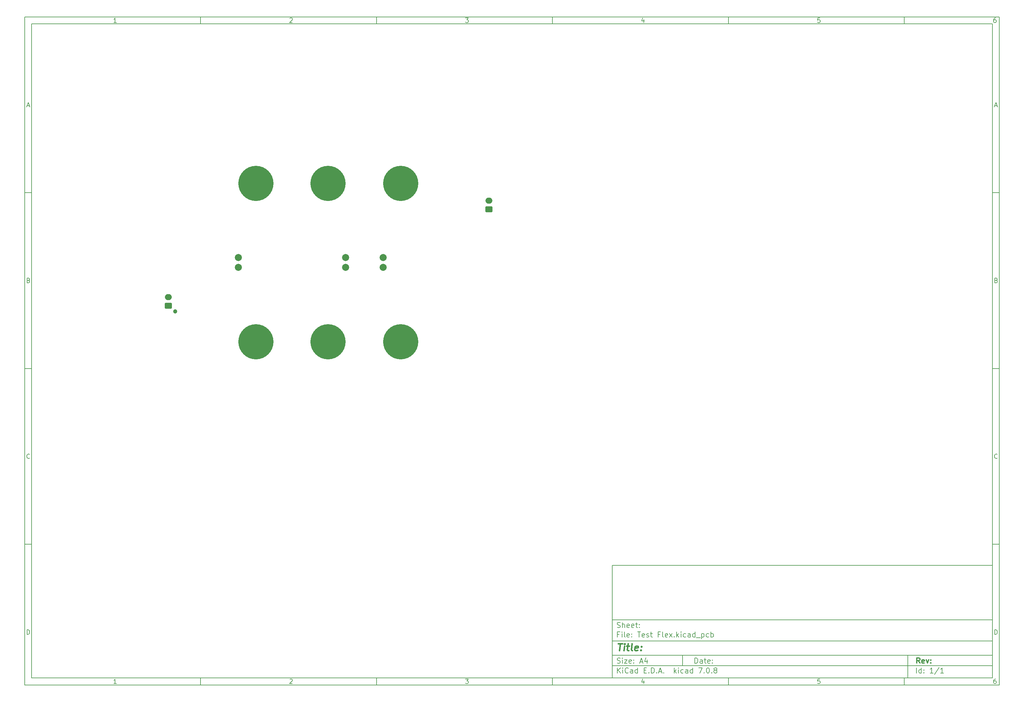
<source format=gbr>
%TF.GenerationSoftware,KiCad,Pcbnew,7.0.8*%
%TF.CreationDate,2023-11-08T15:44:53-05:00*%
%TF.ProjectId,Test Flex,54657374-2046-46c6-9578-2e6b69636164,rev?*%
%TF.SameCoordinates,Original*%
%TF.FileFunction,Soldermask,Bot*%
%TF.FilePolarity,Negative*%
%FSLAX46Y46*%
G04 Gerber Fmt 4.6, Leading zero omitted, Abs format (unit mm)*
G04 Created by KiCad (PCBNEW 7.0.8) date 2023-11-08 15:44:53*
%MOMM*%
%LPD*%
G01*
G04 APERTURE LIST*
G04 Aperture macros list*
%AMRoundRect*
0 Rectangle with rounded corners*
0 $1 Rounding radius*
0 $2 $3 $4 $5 $6 $7 $8 $9 X,Y pos of 4 corners*
0 Add a 4 corners polygon primitive as box body*
4,1,4,$2,$3,$4,$5,$6,$7,$8,$9,$2,$3,0*
0 Add four circle primitives for the rounded corners*
1,1,$1+$1,$2,$3*
1,1,$1+$1,$4,$5*
1,1,$1+$1,$6,$7*
1,1,$1+$1,$8,$9*
0 Add four rect primitives between the rounded corners*
20,1,$1+$1,$2,$3,$4,$5,0*
20,1,$1+$1,$4,$5,$6,$7,0*
20,1,$1+$1,$6,$7,$8,$9,0*
20,1,$1+$1,$8,$9,$2,$3,0*%
G04 Aperture macros list end*
%ADD10C,0.100000*%
%ADD11C,0.150000*%
%ADD12C,0.300000*%
%ADD13C,0.400000*%
%ADD14C,10.000000*%
%ADD15C,2.000000*%
%ADD16C,1.200000*%
%ADD17RoundRect,0.250000X0.750000X-0.600000X0.750000X0.600000X-0.750000X0.600000X-0.750000X-0.600000X0*%
%ADD18O,2.000000X1.700000*%
G04 APERTURE END LIST*
D10*
D11*
X177002200Y-166007200D02*
X285002200Y-166007200D01*
X285002200Y-198007200D01*
X177002200Y-198007200D01*
X177002200Y-166007200D01*
D10*
D11*
X10000000Y-10000000D02*
X287002200Y-10000000D01*
X287002200Y-200007200D01*
X10000000Y-200007200D01*
X10000000Y-10000000D01*
D10*
D11*
X12000000Y-12000000D02*
X285002200Y-12000000D01*
X285002200Y-198007200D01*
X12000000Y-198007200D01*
X12000000Y-12000000D01*
D10*
D11*
X60000000Y-12000000D02*
X60000000Y-10000000D01*
D10*
D11*
X110000000Y-12000000D02*
X110000000Y-10000000D01*
D10*
D11*
X160000000Y-12000000D02*
X160000000Y-10000000D01*
D10*
D11*
X210000000Y-12000000D02*
X210000000Y-10000000D01*
D10*
D11*
X260000000Y-12000000D02*
X260000000Y-10000000D01*
D10*
D11*
X36089160Y-11593604D02*
X35346303Y-11593604D01*
X35717731Y-11593604D02*
X35717731Y-10293604D01*
X35717731Y-10293604D02*
X35593922Y-10479319D01*
X35593922Y-10479319D02*
X35470112Y-10603128D01*
X35470112Y-10603128D02*
X35346303Y-10665033D01*
D10*
D11*
X85346303Y-10417414D02*
X85408207Y-10355509D01*
X85408207Y-10355509D02*
X85532017Y-10293604D01*
X85532017Y-10293604D02*
X85841541Y-10293604D01*
X85841541Y-10293604D02*
X85965350Y-10355509D01*
X85965350Y-10355509D02*
X86027255Y-10417414D01*
X86027255Y-10417414D02*
X86089160Y-10541223D01*
X86089160Y-10541223D02*
X86089160Y-10665033D01*
X86089160Y-10665033D02*
X86027255Y-10850747D01*
X86027255Y-10850747D02*
X85284398Y-11593604D01*
X85284398Y-11593604D02*
X86089160Y-11593604D01*
D10*
D11*
X135284398Y-10293604D02*
X136089160Y-10293604D01*
X136089160Y-10293604D02*
X135655826Y-10788842D01*
X135655826Y-10788842D02*
X135841541Y-10788842D01*
X135841541Y-10788842D02*
X135965350Y-10850747D01*
X135965350Y-10850747D02*
X136027255Y-10912652D01*
X136027255Y-10912652D02*
X136089160Y-11036461D01*
X136089160Y-11036461D02*
X136089160Y-11345985D01*
X136089160Y-11345985D02*
X136027255Y-11469795D01*
X136027255Y-11469795D02*
X135965350Y-11531700D01*
X135965350Y-11531700D02*
X135841541Y-11593604D01*
X135841541Y-11593604D02*
X135470112Y-11593604D01*
X135470112Y-11593604D02*
X135346303Y-11531700D01*
X135346303Y-11531700D02*
X135284398Y-11469795D01*
D10*
D11*
X185965350Y-10726938D02*
X185965350Y-11593604D01*
X185655826Y-10231700D02*
X185346303Y-11160271D01*
X185346303Y-11160271D02*
X186151064Y-11160271D01*
D10*
D11*
X236027255Y-10293604D02*
X235408207Y-10293604D01*
X235408207Y-10293604D02*
X235346303Y-10912652D01*
X235346303Y-10912652D02*
X235408207Y-10850747D01*
X235408207Y-10850747D02*
X235532017Y-10788842D01*
X235532017Y-10788842D02*
X235841541Y-10788842D01*
X235841541Y-10788842D02*
X235965350Y-10850747D01*
X235965350Y-10850747D02*
X236027255Y-10912652D01*
X236027255Y-10912652D02*
X236089160Y-11036461D01*
X236089160Y-11036461D02*
X236089160Y-11345985D01*
X236089160Y-11345985D02*
X236027255Y-11469795D01*
X236027255Y-11469795D02*
X235965350Y-11531700D01*
X235965350Y-11531700D02*
X235841541Y-11593604D01*
X235841541Y-11593604D02*
X235532017Y-11593604D01*
X235532017Y-11593604D02*
X235408207Y-11531700D01*
X235408207Y-11531700D02*
X235346303Y-11469795D01*
D10*
D11*
X285965350Y-10293604D02*
X285717731Y-10293604D01*
X285717731Y-10293604D02*
X285593922Y-10355509D01*
X285593922Y-10355509D02*
X285532017Y-10417414D01*
X285532017Y-10417414D02*
X285408207Y-10603128D01*
X285408207Y-10603128D02*
X285346303Y-10850747D01*
X285346303Y-10850747D02*
X285346303Y-11345985D01*
X285346303Y-11345985D02*
X285408207Y-11469795D01*
X285408207Y-11469795D02*
X285470112Y-11531700D01*
X285470112Y-11531700D02*
X285593922Y-11593604D01*
X285593922Y-11593604D02*
X285841541Y-11593604D01*
X285841541Y-11593604D02*
X285965350Y-11531700D01*
X285965350Y-11531700D02*
X286027255Y-11469795D01*
X286027255Y-11469795D02*
X286089160Y-11345985D01*
X286089160Y-11345985D02*
X286089160Y-11036461D01*
X286089160Y-11036461D02*
X286027255Y-10912652D01*
X286027255Y-10912652D02*
X285965350Y-10850747D01*
X285965350Y-10850747D02*
X285841541Y-10788842D01*
X285841541Y-10788842D02*
X285593922Y-10788842D01*
X285593922Y-10788842D02*
X285470112Y-10850747D01*
X285470112Y-10850747D02*
X285408207Y-10912652D01*
X285408207Y-10912652D02*
X285346303Y-11036461D01*
D10*
D11*
X60000000Y-198007200D02*
X60000000Y-200007200D01*
D10*
D11*
X110000000Y-198007200D02*
X110000000Y-200007200D01*
D10*
D11*
X160000000Y-198007200D02*
X160000000Y-200007200D01*
D10*
D11*
X210000000Y-198007200D02*
X210000000Y-200007200D01*
D10*
D11*
X260000000Y-198007200D02*
X260000000Y-200007200D01*
D10*
D11*
X36089160Y-199600804D02*
X35346303Y-199600804D01*
X35717731Y-199600804D02*
X35717731Y-198300804D01*
X35717731Y-198300804D02*
X35593922Y-198486519D01*
X35593922Y-198486519D02*
X35470112Y-198610328D01*
X35470112Y-198610328D02*
X35346303Y-198672233D01*
D10*
D11*
X85346303Y-198424614D02*
X85408207Y-198362709D01*
X85408207Y-198362709D02*
X85532017Y-198300804D01*
X85532017Y-198300804D02*
X85841541Y-198300804D01*
X85841541Y-198300804D02*
X85965350Y-198362709D01*
X85965350Y-198362709D02*
X86027255Y-198424614D01*
X86027255Y-198424614D02*
X86089160Y-198548423D01*
X86089160Y-198548423D02*
X86089160Y-198672233D01*
X86089160Y-198672233D02*
X86027255Y-198857947D01*
X86027255Y-198857947D02*
X85284398Y-199600804D01*
X85284398Y-199600804D02*
X86089160Y-199600804D01*
D10*
D11*
X135284398Y-198300804D02*
X136089160Y-198300804D01*
X136089160Y-198300804D02*
X135655826Y-198796042D01*
X135655826Y-198796042D02*
X135841541Y-198796042D01*
X135841541Y-198796042D02*
X135965350Y-198857947D01*
X135965350Y-198857947D02*
X136027255Y-198919852D01*
X136027255Y-198919852D02*
X136089160Y-199043661D01*
X136089160Y-199043661D02*
X136089160Y-199353185D01*
X136089160Y-199353185D02*
X136027255Y-199476995D01*
X136027255Y-199476995D02*
X135965350Y-199538900D01*
X135965350Y-199538900D02*
X135841541Y-199600804D01*
X135841541Y-199600804D02*
X135470112Y-199600804D01*
X135470112Y-199600804D02*
X135346303Y-199538900D01*
X135346303Y-199538900D02*
X135284398Y-199476995D01*
D10*
D11*
X185965350Y-198734138D02*
X185965350Y-199600804D01*
X185655826Y-198238900D02*
X185346303Y-199167471D01*
X185346303Y-199167471D02*
X186151064Y-199167471D01*
D10*
D11*
X236027255Y-198300804D02*
X235408207Y-198300804D01*
X235408207Y-198300804D02*
X235346303Y-198919852D01*
X235346303Y-198919852D02*
X235408207Y-198857947D01*
X235408207Y-198857947D02*
X235532017Y-198796042D01*
X235532017Y-198796042D02*
X235841541Y-198796042D01*
X235841541Y-198796042D02*
X235965350Y-198857947D01*
X235965350Y-198857947D02*
X236027255Y-198919852D01*
X236027255Y-198919852D02*
X236089160Y-199043661D01*
X236089160Y-199043661D02*
X236089160Y-199353185D01*
X236089160Y-199353185D02*
X236027255Y-199476995D01*
X236027255Y-199476995D02*
X235965350Y-199538900D01*
X235965350Y-199538900D02*
X235841541Y-199600804D01*
X235841541Y-199600804D02*
X235532017Y-199600804D01*
X235532017Y-199600804D02*
X235408207Y-199538900D01*
X235408207Y-199538900D02*
X235346303Y-199476995D01*
D10*
D11*
X285965350Y-198300804D02*
X285717731Y-198300804D01*
X285717731Y-198300804D02*
X285593922Y-198362709D01*
X285593922Y-198362709D02*
X285532017Y-198424614D01*
X285532017Y-198424614D02*
X285408207Y-198610328D01*
X285408207Y-198610328D02*
X285346303Y-198857947D01*
X285346303Y-198857947D02*
X285346303Y-199353185D01*
X285346303Y-199353185D02*
X285408207Y-199476995D01*
X285408207Y-199476995D02*
X285470112Y-199538900D01*
X285470112Y-199538900D02*
X285593922Y-199600804D01*
X285593922Y-199600804D02*
X285841541Y-199600804D01*
X285841541Y-199600804D02*
X285965350Y-199538900D01*
X285965350Y-199538900D02*
X286027255Y-199476995D01*
X286027255Y-199476995D02*
X286089160Y-199353185D01*
X286089160Y-199353185D02*
X286089160Y-199043661D01*
X286089160Y-199043661D02*
X286027255Y-198919852D01*
X286027255Y-198919852D02*
X285965350Y-198857947D01*
X285965350Y-198857947D02*
X285841541Y-198796042D01*
X285841541Y-198796042D02*
X285593922Y-198796042D01*
X285593922Y-198796042D02*
X285470112Y-198857947D01*
X285470112Y-198857947D02*
X285408207Y-198919852D01*
X285408207Y-198919852D02*
X285346303Y-199043661D01*
D10*
D11*
X10000000Y-60000000D02*
X12000000Y-60000000D01*
D10*
D11*
X10000000Y-110000000D02*
X12000000Y-110000000D01*
D10*
D11*
X10000000Y-160000000D02*
X12000000Y-160000000D01*
D10*
D11*
X10690476Y-35222176D02*
X11309523Y-35222176D01*
X10566666Y-35593604D02*
X10999999Y-34293604D01*
X10999999Y-34293604D02*
X11433333Y-35593604D01*
D10*
D11*
X11092857Y-84912652D02*
X11278571Y-84974557D01*
X11278571Y-84974557D02*
X11340476Y-85036461D01*
X11340476Y-85036461D02*
X11402380Y-85160271D01*
X11402380Y-85160271D02*
X11402380Y-85345985D01*
X11402380Y-85345985D02*
X11340476Y-85469795D01*
X11340476Y-85469795D02*
X11278571Y-85531700D01*
X11278571Y-85531700D02*
X11154761Y-85593604D01*
X11154761Y-85593604D02*
X10659523Y-85593604D01*
X10659523Y-85593604D02*
X10659523Y-84293604D01*
X10659523Y-84293604D02*
X11092857Y-84293604D01*
X11092857Y-84293604D02*
X11216666Y-84355509D01*
X11216666Y-84355509D02*
X11278571Y-84417414D01*
X11278571Y-84417414D02*
X11340476Y-84541223D01*
X11340476Y-84541223D02*
X11340476Y-84665033D01*
X11340476Y-84665033D02*
X11278571Y-84788842D01*
X11278571Y-84788842D02*
X11216666Y-84850747D01*
X11216666Y-84850747D02*
X11092857Y-84912652D01*
X11092857Y-84912652D02*
X10659523Y-84912652D01*
D10*
D11*
X11402380Y-135469795D02*
X11340476Y-135531700D01*
X11340476Y-135531700D02*
X11154761Y-135593604D01*
X11154761Y-135593604D02*
X11030952Y-135593604D01*
X11030952Y-135593604D02*
X10845238Y-135531700D01*
X10845238Y-135531700D02*
X10721428Y-135407890D01*
X10721428Y-135407890D02*
X10659523Y-135284080D01*
X10659523Y-135284080D02*
X10597619Y-135036461D01*
X10597619Y-135036461D02*
X10597619Y-134850747D01*
X10597619Y-134850747D02*
X10659523Y-134603128D01*
X10659523Y-134603128D02*
X10721428Y-134479319D01*
X10721428Y-134479319D02*
X10845238Y-134355509D01*
X10845238Y-134355509D02*
X11030952Y-134293604D01*
X11030952Y-134293604D02*
X11154761Y-134293604D01*
X11154761Y-134293604D02*
X11340476Y-134355509D01*
X11340476Y-134355509D02*
X11402380Y-134417414D01*
D10*
D11*
X10659523Y-185593604D02*
X10659523Y-184293604D01*
X10659523Y-184293604D02*
X10969047Y-184293604D01*
X10969047Y-184293604D02*
X11154761Y-184355509D01*
X11154761Y-184355509D02*
X11278571Y-184479319D01*
X11278571Y-184479319D02*
X11340476Y-184603128D01*
X11340476Y-184603128D02*
X11402380Y-184850747D01*
X11402380Y-184850747D02*
X11402380Y-185036461D01*
X11402380Y-185036461D02*
X11340476Y-185284080D01*
X11340476Y-185284080D02*
X11278571Y-185407890D01*
X11278571Y-185407890D02*
X11154761Y-185531700D01*
X11154761Y-185531700D02*
X10969047Y-185593604D01*
X10969047Y-185593604D02*
X10659523Y-185593604D01*
D10*
D11*
X287002200Y-60000000D02*
X285002200Y-60000000D01*
D10*
D11*
X287002200Y-110000000D02*
X285002200Y-110000000D01*
D10*
D11*
X287002200Y-160000000D02*
X285002200Y-160000000D01*
D10*
D11*
X285692676Y-35222176D02*
X286311723Y-35222176D01*
X285568866Y-35593604D02*
X286002199Y-34293604D01*
X286002199Y-34293604D02*
X286435533Y-35593604D01*
D10*
D11*
X286095057Y-84912652D02*
X286280771Y-84974557D01*
X286280771Y-84974557D02*
X286342676Y-85036461D01*
X286342676Y-85036461D02*
X286404580Y-85160271D01*
X286404580Y-85160271D02*
X286404580Y-85345985D01*
X286404580Y-85345985D02*
X286342676Y-85469795D01*
X286342676Y-85469795D02*
X286280771Y-85531700D01*
X286280771Y-85531700D02*
X286156961Y-85593604D01*
X286156961Y-85593604D02*
X285661723Y-85593604D01*
X285661723Y-85593604D02*
X285661723Y-84293604D01*
X285661723Y-84293604D02*
X286095057Y-84293604D01*
X286095057Y-84293604D02*
X286218866Y-84355509D01*
X286218866Y-84355509D02*
X286280771Y-84417414D01*
X286280771Y-84417414D02*
X286342676Y-84541223D01*
X286342676Y-84541223D02*
X286342676Y-84665033D01*
X286342676Y-84665033D02*
X286280771Y-84788842D01*
X286280771Y-84788842D02*
X286218866Y-84850747D01*
X286218866Y-84850747D02*
X286095057Y-84912652D01*
X286095057Y-84912652D02*
X285661723Y-84912652D01*
D10*
D11*
X286404580Y-135469795D02*
X286342676Y-135531700D01*
X286342676Y-135531700D02*
X286156961Y-135593604D01*
X286156961Y-135593604D02*
X286033152Y-135593604D01*
X286033152Y-135593604D02*
X285847438Y-135531700D01*
X285847438Y-135531700D02*
X285723628Y-135407890D01*
X285723628Y-135407890D02*
X285661723Y-135284080D01*
X285661723Y-135284080D02*
X285599819Y-135036461D01*
X285599819Y-135036461D02*
X285599819Y-134850747D01*
X285599819Y-134850747D02*
X285661723Y-134603128D01*
X285661723Y-134603128D02*
X285723628Y-134479319D01*
X285723628Y-134479319D02*
X285847438Y-134355509D01*
X285847438Y-134355509D02*
X286033152Y-134293604D01*
X286033152Y-134293604D02*
X286156961Y-134293604D01*
X286156961Y-134293604D02*
X286342676Y-134355509D01*
X286342676Y-134355509D02*
X286404580Y-134417414D01*
D10*
D11*
X285661723Y-185593604D02*
X285661723Y-184293604D01*
X285661723Y-184293604D02*
X285971247Y-184293604D01*
X285971247Y-184293604D02*
X286156961Y-184355509D01*
X286156961Y-184355509D02*
X286280771Y-184479319D01*
X286280771Y-184479319D02*
X286342676Y-184603128D01*
X286342676Y-184603128D02*
X286404580Y-184850747D01*
X286404580Y-184850747D02*
X286404580Y-185036461D01*
X286404580Y-185036461D02*
X286342676Y-185284080D01*
X286342676Y-185284080D02*
X286280771Y-185407890D01*
X286280771Y-185407890D02*
X286156961Y-185531700D01*
X286156961Y-185531700D02*
X285971247Y-185593604D01*
X285971247Y-185593604D02*
X285661723Y-185593604D01*
D10*
D11*
X200458026Y-193793328D02*
X200458026Y-192293328D01*
X200458026Y-192293328D02*
X200815169Y-192293328D01*
X200815169Y-192293328D02*
X201029455Y-192364757D01*
X201029455Y-192364757D02*
X201172312Y-192507614D01*
X201172312Y-192507614D02*
X201243741Y-192650471D01*
X201243741Y-192650471D02*
X201315169Y-192936185D01*
X201315169Y-192936185D02*
X201315169Y-193150471D01*
X201315169Y-193150471D02*
X201243741Y-193436185D01*
X201243741Y-193436185D02*
X201172312Y-193579042D01*
X201172312Y-193579042D02*
X201029455Y-193721900D01*
X201029455Y-193721900D02*
X200815169Y-193793328D01*
X200815169Y-193793328D02*
X200458026Y-193793328D01*
X202600884Y-193793328D02*
X202600884Y-193007614D01*
X202600884Y-193007614D02*
X202529455Y-192864757D01*
X202529455Y-192864757D02*
X202386598Y-192793328D01*
X202386598Y-192793328D02*
X202100884Y-192793328D01*
X202100884Y-192793328D02*
X201958026Y-192864757D01*
X202600884Y-193721900D02*
X202458026Y-193793328D01*
X202458026Y-193793328D02*
X202100884Y-193793328D01*
X202100884Y-193793328D02*
X201958026Y-193721900D01*
X201958026Y-193721900D02*
X201886598Y-193579042D01*
X201886598Y-193579042D02*
X201886598Y-193436185D01*
X201886598Y-193436185D02*
X201958026Y-193293328D01*
X201958026Y-193293328D02*
X202100884Y-193221900D01*
X202100884Y-193221900D02*
X202458026Y-193221900D01*
X202458026Y-193221900D02*
X202600884Y-193150471D01*
X203100884Y-192793328D02*
X203672312Y-192793328D01*
X203315169Y-192293328D02*
X203315169Y-193579042D01*
X203315169Y-193579042D02*
X203386598Y-193721900D01*
X203386598Y-193721900D02*
X203529455Y-193793328D01*
X203529455Y-193793328D02*
X203672312Y-193793328D01*
X204743741Y-193721900D02*
X204600884Y-193793328D01*
X204600884Y-193793328D02*
X204315170Y-193793328D01*
X204315170Y-193793328D02*
X204172312Y-193721900D01*
X204172312Y-193721900D02*
X204100884Y-193579042D01*
X204100884Y-193579042D02*
X204100884Y-193007614D01*
X204100884Y-193007614D02*
X204172312Y-192864757D01*
X204172312Y-192864757D02*
X204315170Y-192793328D01*
X204315170Y-192793328D02*
X204600884Y-192793328D01*
X204600884Y-192793328D02*
X204743741Y-192864757D01*
X204743741Y-192864757D02*
X204815170Y-193007614D01*
X204815170Y-193007614D02*
X204815170Y-193150471D01*
X204815170Y-193150471D02*
X204100884Y-193293328D01*
X205458026Y-193650471D02*
X205529455Y-193721900D01*
X205529455Y-193721900D02*
X205458026Y-193793328D01*
X205458026Y-193793328D02*
X205386598Y-193721900D01*
X205386598Y-193721900D02*
X205458026Y-193650471D01*
X205458026Y-193650471D02*
X205458026Y-193793328D01*
X205458026Y-192864757D02*
X205529455Y-192936185D01*
X205529455Y-192936185D02*
X205458026Y-193007614D01*
X205458026Y-193007614D02*
X205386598Y-192936185D01*
X205386598Y-192936185D02*
X205458026Y-192864757D01*
X205458026Y-192864757D02*
X205458026Y-193007614D01*
D10*
D11*
X177002200Y-194507200D02*
X285002200Y-194507200D01*
D10*
D11*
X178458026Y-196593328D02*
X178458026Y-195093328D01*
X179315169Y-196593328D02*
X178672312Y-195736185D01*
X179315169Y-195093328D02*
X178458026Y-195950471D01*
X179958026Y-196593328D02*
X179958026Y-195593328D01*
X179958026Y-195093328D02*
X179886598Y-195164757D01*
X179886598Y-195164757D02*
X179958026Y-195236185D01*
X179958026Y-195236185D02*
X180029455Y-195164757D01*
X180029455Y-195164757D02*
X179958026Y-195093328D01*
X179958026Y-195093328D02*
X179958026Y-195236185D01*
X181529455Y-196450471D02*
X181458027Y-196521900D01*
X181458027Y-196521900D02*
X181243741Y-196593328D01*
X181243741Y-196593328D02*
X181100884Y-196593328D01*
X181100884Y-196593328D02*
X180886598Y-196521900D01*
X180886598Y-196521900D02*
X180743741Y-196379042D01*
X180743741Y-196379042D02*
X180672312Y-196236185D01*
X180672312Y-196236185D02*
X180600884Y-195950471D01*
X180600884Y-195950471D02*
X180600884Y-195736185D01*
X180600884Y-195736185D02*
X180672312Y-195450471D01*
X180672312Y-195450471D02*
X180743741Y-195307614D01*
X180743741Y-195307614D02*
X180886598Y-195164757D01*
X180886598Y-195164757D02*
X181100884Y-195093328D01*
X181100884Y-195093328D02*
X181243741Y-195093328D01*
X181243741Y-195093328D02*
X181458027Y-195164757D01*
X181458027Y-195164757D02*
X181529455Y-195236185D01*
X182815170Y-196593328D02*
X182815170Y-195807614D01*
X182815170Y-195807614D02*
X182743741Y-195664757D01*
X182743741Y-195664757D02*
X182600884Y-195593328D01*
X182600884Y-195593328D02*
X182315170Y-195593328D01*
X182315170Y-195593328D02*
X182172312Y-195664757D01*
X182815170Y-196521900D02*
X182672312Y-196593328D01*
X182672312Y-196593328D02*
X182315170Y-196593328D01*
X182315170Y-196593328D02*
X182172312Y-196521900D01*
X182172312Y-196521900D02*
X182100884Y-196379042D01*
X182100884Y-196379042D02*
X182100884Y-196236185D01*
X182100884Y-196236185D02*
X182172312Y-196093328D01*
X182172312Y-196093328D02*
X182315170Y-196021900D01*
X182315170Y-196021900D02*
X182672312Y-196021900D01*
X182672312Y-196021900D02*
X182815170Y-195950471D01*
X184172313Y-196593328D02*
X184172313Y-195093328D01*
X184172313Y-196521900D02*
X184029455Y-196593328D01*
X184029455Y-196593328D02*
X183743741Y-196593328D01*
X183743741Y-196593328D02*
X183600884Y-196521900D01*
X183600884Y-196521900D02*
X183529455Y-196450471D01*
X183529455Y-196450471D02*
X183458027Y-196307614D01*
X183458027Y-196307614D02*
X183458027Y-195879042D01*
X183458027Y-195879042D02*
X183529455Y-195736185D01*
X183529455Y-195736185D02*
X183600884Y-195664757D01*
X183600884Y-195664757D02*
X183743741Y-195593328D01*
X183743741Y-195593328D02*
X184029455Y-195593328D01*
X184029455Y-195593328D02*
X184172313Y-195664757D01*
X186029455Y-195807614D02*
X186529455Y-195807614D01*
X186743741Y-196593328D02*
X186029455Y-196593328D01*
X186029455Y-196593328D02*
X186029455Y-195093328D01*
X186029455Y-195093328D02*
X186743741Y-195093328D01*
X187386598Y-196450471D02*
X187458027Y-196521900D01*
X187458027Y-196521900D02*
X187386598Y-196593328D01*
X187386598Y-196593328D02*
X187315170Y-196521900D01*
X187315170Y-196521900D02*
X187386598Y-196450471D01*
X187386598Y-196450471D02*
X187386598Y-196593328D01*
X188100884Y-196593328D02*
X188100884Y-195093328D01*
X188100884Y-195093328D02*
X188458027Y-195093328D01*
X188458027Y-195093328D02*
X188672313Y-195164757D01*
X188672313Y-195164757D02*
X188815170Y-195307614D01*
X188815170Y-195307614D02*
X188886599Y-195450471D01*
X188886599Y-195450471D02*
X188958027Y-195736185D01*
X188958027Y-195736185D02*
X188958027Y-195950471D01*
X188958027Y-195950471D02*
X188886599Y-196236185D01*
X188886599Y-196236185D02*
X188815170Y-196379042D01*
X188815170Y-196379042D02*
X188672313Y-196521900D01*
X188672313Y-196521900D02*
X188458027Y-196593328D01*
X188458027Y-196593328D02*
X188100884Y-196593328D01*
X189600884Y-196450471D02*
X189672313Y-196521900D01*
X189672313Y-196521900D02*
X189600884Y-196593328D01*
X189600884Y-196593328D02*
X189529456Y-196521900D01*
X189529456Y-196521900D02*
X189600884Y-196450471D01*
X189600884Y-196450471D02*
X189600884Y-196593328D01*
X190243742Y-196164757D02*
X190958028Y-196164757D01*
X190100885Y-196593328D02*
X190600885Y-195093328D01*
X190600885Y-195093328D02*
X191100885Y-196593328D01*
X191600884Y-196450471D02*
X191672313Y-196521900D01*
X191672313Y-196521900D02*
X191600884Y-196593328D01*
X191600884Y-196593328D02*
X191529456Y-196521900D01*
X191529456Y-196521900D02*
X191600884Y-196450471D01*
X191600884Y-196450471D02*
X191600884Y-196593328D01*
X194600884Y-196593328D02*
X194600884Y-195093328D01*
X194743742Y-196021900D02*
X195172313Y-196593328D01*
X195172313Y-195593328D02*
X194600884Y-196164757D01*
X195815170Y-196593328D02*
X195815170Y-195593328D01*
X195815170Y-195093328D02*
X195743742Y-195164757D01*
X195743742Y-195164757D02*
X195815170Y-195236185D01*
X195815170Y-195236185D02*
X195886599Y-195164757D01*
X195886599Y-195164757D02*
X195815170Y-195093328D01*
X195815170Y-195093328D02*
X195815170Y-195236185D01*
X197172314Y-196521900D02*
X197029456Y-196593328D01*
X197029456Y-196593328D02*
X196743742Y-196593328D01*
X196743742Y-196593328D02*
X196600885Y-196521900D01*
X196600885Y-196521900D02*
X196529456Y-196450471D01*
X196529456Y-196450471D02*
X196458028Y-196307614D01*
X196458028Y-196307614D02*
X196458028Y-195879042D01*
X196458028Y-195879042D02*
X196529456Y-195736185D01*
X196529456Y-195736185D02*
X196600885Y-195664757D01*
X196600885Y-195664757D02*
X196743742Y-195593328D01*
X196743742Y-195593328D02*
X197029456Y-195593328D01*
X197029456Y-195593328D02*
X197172314Y-195664757D01*
X198458028Y-196593328D02*
X198458028Y-195807614D01*
X198458028Y-195807614D02*
X198386599Y-195664757D01*
X198386599Y-195664757D02*
X198243742Y-195593328D01*
X198243742Y-195593328D02*
X197958028Y-195593328D01*
X197958028Y-195593328D02*
X197815170Y-195664757D01*
X198458028Y-196521900D02*
X198315170Y-196593328D01*
X198315170Y-196593328D02*
X197958028Y-196593328D01*
X197958028Y-196593328D02*
X197815170Y-196521900D01*
X197815170Y-196521900D02*
X197743742Y-196379042D01*
X197743742Y-196379042D02*
X197743742Y-196236185D01*
X197743742Y-196236185D02*
X197815170Y-196093328D01*
X197815170Y-196093328D02*
X197958028Y-196021900D01*
X197958028Y-196021900D02*
X198315170Y-196021900D01*
X198315170Y-196021900D02*
X198458028Y-195950471D01*
X199815171Y-196593328D02*
X199815171Y-195093328D01*
X199815171Y-196521900D02*
X199672313Y-196593328D01*
X199672313Y-196593328D02*
X199386599Y-196593328D01*
X199386599Y-196593328D02*
X199243742Y-196521900D01*
X199243742Y-196521900D02*
X199172313Y-196450471D01*
X199172313Y-196450471D02*
X199100885Y-196307614D01*
X199100885Y-196307614D02*
X199100885Y-195879042D01*
X199100885Y-195879042D02*
X199172313Y-195736185D01*
X199172313Y-195736185D02*
X199243742Y-195664757D01*
X199243742Y-195664757D02*
X199386599Y-195593328D01*
X199386599Y-195593328D02*
X199672313Y-195593328D01*
X199672313Y-195593328D02*
X199815171Y-195664757D01*
X201529456Y-195093328D02*
X202529456Y-195093328D01*
X202529456Y-195093328D02*
X201886599Y-196593328D01*
X203100884Y-196450471D02*
X203172313Y-196521900D01*
X203172313Y-196521900D02*
X203100884Y-196593328D01*
X203100884Y-196593328D02*
X203029456Y-196521900D01*
X203029456Y-196521900D02*
X203100884Y-196450471D01*
X203100884Y-196450471D02*
X203100884Y-196593328D01*
X204100885Y-195093328D02*
X204243742Y-195093328D01*
X204243742Y-195093328D02*
X204386599Y-195164757D01*
X204386599Y-195164757D02*
X204458028Y-195236185D01*
X204458028Y-195236185D02*
X204529456Y-195379042D01*
X204529456Y-195379042D02*
X204600885Y-195664757D01*
X204600885Y-195664757D02*
X204600885Y-196021900D01*
X204600885Y-196021900D02*
X204529456Y-196307614D01*
X204529456Y-196307614D02*
X204458028Y-196450471D01*
X204458028Y-196450471D02*
X204386599Y-196521900D01*
X204386599Y-196521900D02*
X204243742Y-196593328D01*
X204243742Y-196593328D02*
X204100885Y-196593328D01*
X204100885Y-196593328D02*
X203958028Y-196521900D01*
X203958028Y-196521900D02*
X203886599Y-196450471D01*
X203886599Y-196450471D02*
X203815170Y-196307614D01*
X203815170Y-196307614D02*
X203743742Y-196021900D01*
X203743742Y-196021900D02*
X203743742Y-195664757D01*
X203743742Y-195664757D02*
X203815170Y-195379042D01*
X203815170Y-195379042D02*
X203886599Y-195236185D01*
X203886599Y-195236185D02*
X203958028Y-195164757D01*
X203958028Y-195164757D02*
X204100885Y-195093328D01*
X205243741Y-196450471D02*
X205315170Y-196521900D01*
X205315170Y-196521900D02*
X205243741Y-196593328D01*
X205243741Y-196593328D02*
X205172313Y-196521900D01*
X205172313Y-196521900D02*
X205243741Y-196450471D01*
X205243741Y-196450471D02*
X205243741Y-196593328D01*
X206172313Y-195736185D02*
X206029456Y-195664757D01*
X206029456Y-195664757D02*
X205958027Y-195593328D01*
X205958027Y-195593328D02*
X205886599Y-195450471D01*
X205886599Y-195450471D02*
X205886599Y-195379042D01*
X205886599Y-195379042D02*
X205958027Y-195236185D01*
X205958027Y-195236185D02*
X206029456Y-195164757D01*
X206029456Y-195164757D02*
X206172313Y-195093328D01*
X206172313Y-195093328D02*
X206458027Y-195093328D01*
X206458027Y-195093328D02*
X206600885Y-195164757D01*
X206600885Y-195164757D02*
X206672313Y-195236185D01*
X206672313Y-195236185D02*
X206743742Y-195379042D01*
X206743742Y-195379042D02*
X206743742Y-195450471D01*
X206743742Y-195450471D02*
X206672313Y-195593328D01*
X206672313Y-195593328D02*
X206600885Y-195664757D01*
X206600885Y-195664757D02*
X206458027Y-195736185D01*
X206458027Y-195736185D02*
X206172313Y-195736185D01*
X206172313Y-195736185D02*
X206029456Y-195807614D01*
X206029456Y-195807614D02*
X205958027Y-195879042D01*
X205958027Y-195879042D02*
X205886599Y-196021900D01*
X205886599Y-196021900D02*
X205886599Y-196307614D01*
X205886599Y-196307614D02*
X205958027Y-196450471D01*
X205958027Y-196450471D02*
X206029456Y-196521900D01*
X206029456Y-196521900D02*
X206172313Y-196593328D01*
X206172313Y-196593328D02*
X206458027Y-196593328D01*
X206458027Y-196593328D02*
X206600885Y-196521900D01*
X206600885Y-196521900D02*
X206672313Y-196450471D01*
X206672313Y-196450471D02*
X206743742Y-196307614D01*
X206743742Y-196307614D02*
X206743742Y-196021900D01*
X206743742Y-196021900D02*
X206672313Y-195879042D01*
X206672313Y-195879042D02*
X206600885Y-195807614D01*
X206600885Y-195807614D02*
X206458027Y-195736185D01*
D10*
D11*
X177002200Y-191507200D02*
X285002200Y-191507200D01*
D10*
D12*
X264413853Y-193785528D02*
X263913853Y-193071242D01*
X263556710Y-193785528D02*
X263556710Y-192285528D01*
X263556710Y-192285528D02*
X264128139Y-192285528D01*
X264128139Y-192285528D02*
X264270996Y-192356957D01*
X264270996Y-192356957D02*
X264342425Y-192428385D01*
X264342425Y-192428385D02*
X264413853Y-192571242D01*
X264413853Y-192571242D02*
X264413853Y-192785528D01*
X264413853Y-192785528D02*
X264342425Y-192928385D01*
X264342425Y-192928385D02*
X264270996Y-192999814D01*
X264270996Y-192999814D02*
X264128139Y-193071242D01*
X264128139Y-193071242D02*
X263556710Y-193071242D01*
X265628139Y-193714100D02*
X265485282Y-193785528D01*
X265485282Y-193785528D02*
X265199568Y-193785528D01*
X265199568Y-193785528D02*
X265056710Y-193714100D01*
X265056710Y-193714100D02*
X264985282Y-193571242D01*
X264985282Y-193571242D02*
X264985282Y-192999814D01*
X264985282Y-192999814D02*
X265056710Y-192856957D01*
X265056710Y-192856957D02*
X265199568Y-192785528D01*
X265199568Y-192785528D02*
X265485282Y-192785528D01*
X265485282Y-192785528D02*
X265628139Y-192856957D01*
X265628139Y-192856957D02*
X265699568Y-192999814D01*
X265699568Y-192999814D02*
X265699568Y-193142671D01*
X265699568Y-193142671D02*
X264985282Y-193285528D01*
X266199567Y-192785528D02*
X266556710Y-193785528D01*
X266556710Y-193785528D02*
X266913853Y-192785528D01*
X267485281Y-193642671D02*
X267556710Y-193714100D01*
X267556710Y-193714100D02*
X267485281Y-193785528D01*
X267485281Y-193785528D02*
X267413853Y-193714100D01*
X267413853Y-193714100D02*
X267485281Y-193642671D01*
X267485281Y-193642671D02*
X267485281Y-193785528D01*
X267485281Y-192856957D02*
X267556710Y-192928385D01*
X267556710Y-192928385D02*
X267485281Y-192999814D01*
X267485281Y-192999814D02*
X267413853Y-192928385D01*
X267413853Y-192928385D02*
X267485281Y-192856957D01*
X267485281Y-192856957D02*
X267485281Y-192999814D01*
D10*
D11*
X178386598Y-193721900D02*
X178600884Y-193793328D01*
X178600884Y-193793328D02*
X178958026Y-193793328D01*
X178958026Y-193793328D02*
X179100884Y-193721900D01*
X179100884Y-193721900D02*
X179172312Y-193650471D01*
X179172312Y-193650471D02*
X179243741Y-193507614D01*
X179243741Y-193507614D02*
X179243741Y-193364757D01*
X179243741Y-193364757D02*
X179172312Y-193221900D01*
X179172312Y-193221900D02*
X179100884Y-193150471D01*
X179100884Y-193150471D02*
X178958026Y-193079042D01*
X178958026Y-193079042D02*
X178672312Y-193007614D01*
X178672312Y-193007614D02*
X178529455Y-192936185D01*
X178529455Y-192936185D02*
X178458026Y-192864757D01*
X178458026Y-192864757D02*
X178386598Y-192721900D01*
X178386598Y-192721900D02*
X178386598Y-192579042D01*
X178386598Y-192579042D02*
X178458026Y-192436185D01*
X178458026Y-192436185D02*
X178529455Y-192364757D01*
X178529455Y-192364757D02*
X178672312Y-192293328D01*
X178672312Y-192293328D02*
X179029455Y-192293328D01*
X179029455Y-192293328D02*
X179243741Y-192364757D01*
X179886597Y-193793328D02*
X179886597Y-192793328D01*
X179886597Y-192293328D02*
X179815169Y-192364757D01*
X179815169Y-192364757D02*
X179886597Y-192436185D01*
X179886597Y-192436185D02*
X179958026Y-192364757D01*
X179958026Y-192364757D02*
X179886597Y-192293328D01*
X179886597Y-192293328D02*
X179886597Y-192436185D01*
X180458026Y-192793328D02*
X181243741Y-192793328D01*
X181243741Y-192793328D02*
X180458026Y-193793328D01*
X180458026Y-193793328D02*
X181243741Y-193793328D01*
X182386598Y-193721900D02*
X182243741Y-193793328D01*
X182243741Y-193793328D02*
X181958027Y-193793328D01*
X181958027Y-193793328D02*
X181815169Y-193721900D01*
X181815169Y-193721900D02*
X181743741Y-193579042D01*
X181743741Y-193579042D02*
X181743741Y-193007614D01*
X181743741Y-193007614D02*
X181815169Y-192864757D01*
X181815169Y-192864757D02*
X181958027Y-192793328D01*
X181958027Y-192793328D02*
X182243741Y-192793328D01*
X182243741Y-192793328D02*
X182386598Y-192864757D01*
X182386598Y-192864757D02*
X182458027Y-193007614D01*
X182458027Y-193007614D02*
X182458027Y-193150471D01*
X182458027Y-193150471D02*
X181743741Y-193293328D01*
X183100883Y-193650471D02*
X183172312Y-193721900D01*
X183172312Y-193721900D02*
X183100883Y-193793328D01*
X183100883Y-193793328D02*
X183029455Y-193721900D01*
X183029455Y-193721900D02*
X183100883Y-193650471D01*
X183100883Y-193650471D02*
X183100883Y-193793328D01*
X183100883Y-192864757D02*
X183172312Y-192936185D01*
X183172312Y-192936185D02*
X183100883Y-193007614D01*
X183100883Y-193007614D02*
X183029455Y-192936185D01*
X183029455Y-192936185D02*
X183100883Y-192864757D01*
X183100883Y-192864757D02*
X183100883Y-193007614D01*
X184886598Y-193364757D02*
X185600884Y-193364757D01*
X184743741Y-193793328D02*
X185243741Y-192293328D01*
X185243741Y-192293328D02*
X185743741Y-193793328D01*
X186886598Y-192793328D02*
X186886598Y-193793328D01*
X186529455Y-192221900D02*
X186172312Y-193293328D01*
X186172312Y-193293328D02*
X187100883Y-193293328D01*
D10*
D11*
X263458026Y-196593328D02*
X263458026Y-195093328D01*
X264815170Y-196593328D02*
X264815170Y-195093328D01*
X264815170Y-196521900D02*
X264672312Y-196593328D01*
X264672312Y-196593328D02*
X264386598Y-196593328D01*
X264386598Y-196593328D02*
X264243741Y-196521900D01*
X264243741Y-196521900D02*
X264172312Y-196450471D01*
X264172312Y-196450471D02*
X264100884Y-196307614D01*
X264100884Y-196307614D02*
X264100884Y-195879042D01*
X264100884Y-195879042D02*
X264172312Y-195736185D01*
X264172312Y-195736185D02*
X264243741Y-195664757D01*
X264243741Y-195664757D02*
X264386598Y-195593328D01*
X264386598Y-195593328D02*
X264672312Y-195593328D01*
X264672312Y-195593328D02*
X264815170Y-195664757D01*
X265529455Y-196450471D02*
X265600884Y-196521900D01*
X265600884Y-196521900D02*
X265529455Y-196593328D01*
X265529455Y-196593328D02*
X265458027Y-196521900D01*
X265458027Y-196521900D02*
X265529455Y-196450471D01*
X265529455Y-196450471D02*
X265529455Y-196593328D01*
X265529455Y-195664757D02*
X265600884Y-195736185D01*
X265600884Y-195736185D02*
X265529455Y-195807614D01*
X265529455Y-195807614D02*
X265458027Y-195736185D01*
X265458027Y-195736185D02*
X265529455Y-195664757D01*
X265529455Y-195664757D02*
X265529455Y-195807614D01*
X268172313Y-196593328D02*
X267315170Y-196593328D01*
X267743741Y-196593328D02*
X267743741Y-195093328D01*
X267743741Y-195093328D02*
X267600884Y-195307614D01*
X267600884Y-195307614D02*
X267458027Y-195450471D01*
X267458027Y-195450471D02*
X267315170Y-195521900D01*
X269886598Y-195021900D02*
X268600884Y-196950471D01*
X271172313Y-196593328D02*
X270315170Y-196593328D01*
X270743741Y-196593328D02*
X270743741Y-195093328D01*
X270743741Y-195093328D02*
X270600884Y-195307614D01*
X270600884Y-195307614D02*
X270458027Y-195450471D01*
X270458027Y-195450471D02*
X270315170Y-195521900D01*
D10*
D11*
X177002200Y-187507200D02*
X285002200Y-187507200D01*
D10*
D13*
X178693928Y-188211638D02*
X179836785Y-188211638D01*
X179015357Y-190211638D02*
X179265357Y-188211638D01*
X180253452Y-190211638D02*
X180420119Y-188878304D01*
X180503452Y-188211638D02*
X180396309Y-188306876D01*
X180396309Y-188306876D02*
X180479643Y-188402114D01*
X180479643Y-188402114D02*
X180586786Y-188306876D01*
X180586786Y-188306876D02*
X180503452Y-188211638D01*
X180503452Y-188211638D02*
X180479643Y-188402114D01*
X181086786Y-188878304D02*
X181848690Y-188878304D01*
X181455833Y-188211638D02*
X181241548Y-189925923D01*
X181241548Y-189925923D02*
X181312976Y-190116400D01*
X181312976Y-190116400D02*
X181491548Y-190211638D01*
X181491548Y-190211638D02*
X181682024Y-190211638D01*
X182634405Y-190211638D02*
X182455833Y-190116400D01*
X182455833Y-190116400D02*
X182384405Y-189925923D01*
X182384405Y-189925923D02*
X182598690Y-188211638D01*
X184170119Y-190116400D02*
X183967738Y-190211638D01*
X183967738Y-190211638D02*
X183586785Y-190211638D01*
X183586785Y-190211638D02*
X183408214Y-190116400D01*
X183408214Y-190116400D02*
X183336785Y-189925923D01*
X183336785Y-189925923D02*
X183432024Y-189164019D01*
X183432024Y-189164019D02*
X183551071Y-188973542D01*
X183551071Y-188973542D02*
X183753452Y-188878304D01*
X183753452Y-188878304D02*
X184134404Y-188878304D01*
X184134404Y-188878304D02*
X184312976Y-188973542D01*
X184312976Y-188973542D02*
X184384404Y-189164019D01*
X184384404Y-189164019D02*
X184360595Y-189354495D01*
X184360595Y-189354495D02*
X183384404Y-189544971D01*
X185134405Y-190021161D02*
X185217738Y-190116400D01*
X185217738Y-190116400D02*
X185110595Y-190211638D01*
X185110595Y-190211638D02*
X185027262Y-190116400D01*
X185027262Y-190116400D02*
X185134405Y-190021161D01*
X185134405Y-190021161D02*
X185110595Y-190211638D01*
X185265357Y-188973542D02*
X185348690Y-189068780D01*
X185348690Y-189068780D02*
X185241548Y-189164019D01*
X185241548Y-189164019D02*
X185158214Y-189068780D01*
X185158214Y-189068780D02*
X185265357Y-188973542D01*
X185265357Y-188973542D02*
X185241548Y-189164019D01*
D10*
D11*
X178958026Y-185607614D02*
X178458026Y-185607614D01*
X178458026Y-186393328D02*
X178458026Y-184893328D01*
X178458026Y-184893328D02*
X179172312Y-184893328D01*
X179743740Y-186393328D02*
X179743740Y-185393328D01*
X179743740Y-184893328D02*
X179672312Y-184964757D01*
X179672312Y-184964757D02*
X179743740Y-185036185D01*
X179743740Y-185036185D02*
X179815169Y-184964757D01*
X179815169Y-184964757D02*
X179743740Y-184893328D01*
X179743740Y-184893328D02*
X179743740Y-185036185D01*
X180672312Y-186393328D02*
X180529455Y-186321900D01*
X180529455Y-186321900D02*
X180458026Y-186179042D01*
X180458026Y-186179042D02*
X180458026Y-184893328D01*
X181815169Y-186321900D02*
X181672312Y-186393328D01*
X181672312Y-186393328D02*
X181386598Y-186393328D01*
X181386598Y-186393328D02*
X181243740Y-186321900D01*
X181243740Y-186321900D02*
X181172312Y-186179042D01*
X181172312Y-186179042D02*
X181172312Y-185607614D01*
X181172312Y-185607614D02*
X181243740Y-185464757D01*
X181243740Y-185464757D02*
X181386598Y-185393328D01*
X181386598Y-185393328D02*
X181672312Y-185393328D01*
X181672312Y-185393328D02*
X181815169Y-185464757D01*
X181815169Y-185464757D02*
X181886598Y-185607614D01*
X181886598Y-185607614D02*
X181886598Y-185750471D01*
X181886598Y-185750471D02*
X181172312Y-185893328D01*
X182529454Y-186250471D02*
X182600883Y-186321900D01*
X182600883Y-186321900D02*
X182529454Y-186393328D01*
X182529454Y-186393328D02*
X182458026Y-186321900D01*
X182458026Y-186321900D02*
X182529454Y-186250471D01*
X182529454Y-186250471D02*
X182529454Y-186393328D01*
X182529454Y-185464757D02*
X182600883Y-185536185D01*
X182600883Y-185536185D02*
X182529454Y-185607614D01*
X182529454Y-185607614D02*
X182458026Y-185536185D01*
X182458026Y-185536185D02*
X182529454Y-185464757D01*
X182529454Y-185464757D02*
X182529454Y-185607614D01*
X184172312Y-184893328D02*
X185029455Y-184893328D01*
X184600883Y-186393328D02*
X184600883Y-184893328D01*
X186100883Y-186321900D02*
X185958026Y-186393328D01*
X185958026Y-186393328D02*
X185672312Y-186393328D01*
X185672312Y-186393328D02*
X185529454Y-186321900D01*
X185529454Y-186321900D02*
X185458026Y-186179042D01*
X185458026Y-186179042D02*
X185458026Y-185607614D01*
X185458026Y-185607614D02*
X185529454Y-185464757D01*
X185529454Y-185464757D02*
X185672312Y-185393328D01*
X185672312Y-185393328D02*
X185958026Y-185393328D01*
X185958026Y-185393328D02*
X186100883Y-185464757D01*
X186100883Y-185464757D02*
X186172312Y-185607614D01*
X186172312Y-185607614D02*
X186172312Y-185750471D01*
X186172312Y-185750471D02*
X185458026Y-185893328D01*
X186743740Y-186321900D02*
X186886597Y-186393328D01*
X186886597Y-186393328D02*
X187172311Y-186393328D01*
X187172311Y-186393328D02*
X187315168Y-186321900D01*
X187315168Y-186321900D02*
X187386597Y-186179042D01*
X187386597Y-186179042D02*
X187386597Y-186107614D01*
X187386597Y-186107614D02*
X187315168Y-185964757D01*
X187315168Y-185964757D02*
X187172311Y-185893328D01*
X187172311Y-185893328D02*
X186958026Y-185893328D01*
X186958026Y-185893328D02*
X186815168Y-185821900D01*
X186815168Y-185821900D02*
X186743740Y-185679042D01*
X186743740Y-185679042D02*
X186743740Y-185607614D01*
X186743740Y-185607614D02*
X186815168Y-185464757D01*
X186815168Y-185464757D02*
X186958026Y-185393328D01*
X186958026Y-185393328D02*
X187172311Y-185393328D01*
X187172311Y-185393328D02*
X187315168Y-185464757D01*
X187815169Y-185393328D02*
X188386597Y-185393328D01*
X188029454Y-184893328D02*
X188029454Y-186179042D01*
X188029454Y-186179042D02*
X188100883Y-186321900D01*
X188100883Y-186321900D02*
X188243740Y-186393328D01*
X188243740Y-186393328D02*
X188386597Y-186393328D01*
X190529454Y-185607614D02*
X190029454Y-185607614D01*
X190029454Y-186393328D02*
X190029454Y-184893328D01*
X190029454Y-184893328D02*
X190743740Y-184893328D01*
X191529454Y-186393328D02*
X191386597Y-186321900D01*
X191386597Y-186321900D02*
X191315168Y-186179042D01*
X191315168Y-186179042D02*
X191315168Y-184893328D01*
X192672311Y-186321900D02*
X192529454Y-186393328D01*
X192529454Y-186393328D02*
X192243740Y-186393328D01*
X192243740Y-186393328D02*
X192100882Y-186321900D01*
X192100882Y-186321900D02*
X192029454Y-186179042D01*
X192029454Y-186179042D02*
X192029454Y-185607614D01*
X192029454Y-185607614D02*
X192100882Y-185464757D01*
X192100882Y-185464757D02*
X192243740Y-185393328D01*
X192243740Y-185393328D02*
X192529454Y-185393328D01*
X192529454Y-185393328D02*
X192672311Y-185464757D01*
X192672311Y-185464757D02*
X192743740Y-185607614D01*
X192743740Y-185607614D02*
X192743740Y-185750471D01*
X192743740Y-185750471D02*
X192029454Y-185893328D01*
X193243739Y-186393328D02*
X194029454Y-185393328D01*
X193243739Y-185393328D02*
X194029454Y-186393328D01*
X194600882Y-186250471D02*
X194672311Y-186321900D01*
X194672311Y-186321900D02*
X194600882Y-186393328D01*
X194600882Y-186393328D02*
X194529454Y-186321900D01*
X194529454Y-186321900D02*
X194600882Y-186250471D01*
X194600882Y-186250471D02*
X194600882Y-186393328D01*
X195315168Y-186393328D02*
X195315168Y-184893328D01*
X195458026Y-185821900D02*
X195886597Y-186393328D01*
X195886597Y-185393328D02*
X195315168Y-185964757D01*
X196529454Y-186393328D02*
X196529454Y-185393328D01*
X196529454Y-184893328D02*
X196458026Y-184964757D01*
X196458026Y-184964757D02*
X196529454Y-185036185D01*
X196529454Y-185036185D02*
X196600883Y-184964757D01*
X196600883Y-184964757D02*
X196529454Y-184893328D01*
X196529454Y-184893328D02*
X196529454Y-185036185D01*
X197886598Y-186321900D02*
X197743740Y-186393328D01*
X197743740Y-186393328D02*
X197458026Y-186393328D01*
X197458026Y-186393328D02*
X197315169Y-186321900D01*
X197315169Y-186321900D02*
X197243740Y-186250471D01*
X197243740Y-186250471D02*
X197172312Y-186107614D01*
X197172312Y-186107614D02*
X197172312Y-185679042D01*
X197172312Y-185679042D02*
X197243740Y-185536185D01*
X197243740Y-185536185D02*
X197315169Y-185464757D01*
X197315169Y-185464757D02*
X197458026Y-185393328D01*
X197458026Y-185393328D02*
X197743740Y-185393328D01*
X197743740Y-185393328D02*
X197886598Y-185464757D01*
X199172312Y-186393328D02*
X199172312Y-185607614D01*
X199172312Y-185607614D02*
X199100883Y-185464757D01*
X199100883Y-185464757D02*
X198958026Y-185393328D01*
X198958026Y-185393328D02*
X198672312Y-185393328D01*
X198672312Y-185393328D02*
X198529454Y-185464757D01*
X199172312Y-186321900D02*
X199029454Y-186393328D01*
X199029454Y-186393328D02*
X198672312Y-186393328D01*
X198672312Y-186393328D02*
X198529454Y-186321900D01*
X198529454Y-186321900D02*
X198458026Y-186179042D01*
X198458026Y-186179042D02*
X198458026Y-186036185D01*
X198458026Y-186036185D02*
X198529454Y-185893328D01*
X198529454Y-185893328D02*
X198672312Y-185821900D01*
X198672312Y-185821900D02*
X199029454Y-185821900D01*
X199029454Y-185821900D02*
X199172312Y-185750471D01*
X200529455Y-186393328D02*
X200529455Y-184893328D01*
X200529455Y-186321900D02*
X200386597Y-186393328D01*
X200386597Y-186393328D02*
X200100883Y-186393328D01*
X200100883Y-186393328D02*
X199958026Y-186321900D01*
X199958026Y-186321900D02*
X199886597Y-186250471D01*
X199886597Y-186250471D02*
X199815169Y-186107614D01*
X199815169Y-186107614D02*
X199815169Y-185679042D01*
X199815169Y-185679042D02*
X199886597Y-185536185D01*
X199886597Y-185536185D02*
X199958026Y-185464757D01*
X199958026Y-185464757D02*
X200100883Y-185393328D01*
X200100883Y-185393328D02*
X200386597Y-185393328D01*
X200386597Y-185393328D02*
X200529455Y-185464757D01*
X200886598Y-186536185D02*
X202029455Y-186536185D01*
X202386597Y-185393328D02*
X202386597Y-186893328D01*
X202386597Y-185464757D02*
X202529455Y-185393328D01*
X202529455Y-185393328D02*
X202815169Y-185393328D01*
X202815169Y-185393328D02*
X202958026Y-185464757D01*
X202958026Y-185464757D02*
X203029455Y-185536185D01*
X203029455Y-185536185D02*
X203100883Y-185679042D01*
X203100883Y-185679042D02*
X203100883Y-186107614D01*
X203100883Y-186107614D02*
X203029455Y-186250471D01*
X203029455Y-186250471D02*
X202958026Y-186321900D01*
X202958026Y-186321900D02*
X202815169Y-186393328D01*
X202815169Y-186393328D02*
X202529455Y-186393328D01*
X202529455Y-186393328D02*
X202386597Y-186321900D01*
X204386598Y-186321900D02*
X204243740Y-186393328D01*
X204243740Y-186393328D02*
X203958026Y-186393328D01*
X203958026Y-186393328D02*
X203815169Y-186321900D01*
X203815169Y-186321900D02*
X203743740Y-186250471D01*
X203743740Y-186250471D02*
X203672312Y-186107614D01*
X203672312Y-186107614D02*
X203672312Y-185679042D01*
X203672312Y-185679042D02*
X203743740Y-185536185D01*
X203743740Y-185536185D02*
X203815169Y-185464757D01*
X203815169Y-185464757D02*
X203958026Y-185393328D01*
X203958026Y-185393328D02*
X204243740Y-185393328D01*
X204243740Y-185393328D02*
X204386598Y-185464757D01*
X205029454Y-186393328D02*
X205029454Y-184893328D01*
X205029454Y-185464757D02*
X205172312Y-185393328D01*
X205172312Y-185393328D02*
X205458026Y-185393328D01*
X205458026Y-185393328D02*
X205600883Y-185464757D01*
X205600883Y-185464757D02*
X205672312Y-185536185D01*
X205672312Y-185536185D02*
X205743740Y-185679042D01*
X205743740Y-185679042D02*
X205743740Y-186107614D01*
X205743740Y-186107614D02*
X205672312Y-186250471D01*
X205672312Y-186250471D02*
X205600883Y-186321900D01*
X205600883Y-186321900D02*
X205458026Y-186393328D01*
X205458026Y-186393328D02*
X205172312Y-186393328D01*
X205172312Y-186393328D02*
X205029454Y-186321900D01*
D10*
D11*
X177002200Y-181507200D02*
X285002200Y-181507200D01*
D10*
D11*
X178386598Y-183621900D02*
X178600884Y-183693328D01*
X178600884Y-183693328D02*
X178958026Y-183693328D01*
X178958026Y-183693328D02*
X179100884Y-183621900D01*
X179100884Y-183621900D02*
X179172312Y-183550471D01*
X179172312Y-183550471D02*
X179243741Y-183407614D01*
X179243741Y-183407614D02*
X179243741Y-183264757D01*
X179243741Y-183264757D02*
X179172312Y-183121900D01*
X179172312Y-183121900D02*
X179100884Y-183050471D01*
X179100884Y-183050471D02*
X178958026Y-182979042D01*
X178958026Y-182979042D02*
X178672312Y-182907614D01*
X178672312Y-182907614D02*
X178529455Y-182836185D01*
X178529455Y-182836185D02*
X178458026Y-182764757D01*
X178458026Y-182764757D02*
X178386598Y-182621900D01*
X178386598Y-182621900D02*
X178386598Y-182479042D01*
X178386598Y-182479042D02*
X178458026Y-182336185D01*
X178458026Y-182336185D02*
X178529455Y-182264757D01*
X178529455Y-182264757D02*
X178672312Y-182193328D01*
X178672312Y-182193328D02*
X179029455Y-182193328D01*
X179029455Y-182193328D02*
X179243741Y-182264757D01*
X179886597Y-183693328D02*
X179886597Y-182193328D01*
X180529455Y-183693328D02*
X180529455Y-182907614D01*
X180529455Y-182907614D02*
X180458026Y-182764757D01*
X180458026Y-182764757D02*
X180315169Y-182693328D01*
X180315169Y-182693328D02*
X180100883Y-182693328D01*
X180100883Y-182693328D02*
X179958026Y-182764757D01*
X179958026Y-182764757D02*
X179886597Y-182836185D01*
X181815169Y-183621900D02*
X181672312Y-183693328D01*
X181672312Y-183693328D02*
X181386598Y-183693328D01*
X181386598Y-183693328D02*
X181243740Y-183621900D01*
X181243740Y-183621900D02*
X181172312Y-183479042D01*
X181172312Y-183479042D02*
X181172312Y-182907614D01*
X181172312Y-182907614D02*
X181243740Y-182764757D01*
X181243740Y-182764757D02*
X181386598Y-182693328D01*
X181386598Y-182693328D02*
X181672312Y-182693328D01*
X181672312Y-182693328D02*
X181815169Y-182764757D01*
X181815169Y-182764757D02*
X181886598Y-182907614D01*
X181886598Y-182907614D02*
X181886598Y-183050471D01*
X181886598Y-183050471D02*
X181172312Y-183193328D01*
X183100883Y-183621900D02*
X182958026Y-183693328D01*
X182958026Y-183693328D02*
X182672312Y-183693328D01*
X182672312Y-183693328D02*
X182529454Y-183621900D01*
X182529454Y-183621900D02*
X182458026Y-183479042D01*
X182458026Y-183479042D02*
X182458026Y-182907614D01*
X182458026Y-182907614D02*
X182529454Y-182764757D01*
X182529454Y-182764757D02*
X182672312Y-182693328D01*
X182672312Y-182693328D02*
X182958026Y-182693328D01*
X182958026Y-182693328D02*
X183100883Y-182764757D01*
X183100883Y-182764757D02*
X183172312Y-182907614D01*
X183172312Y-182907614D02*
X183172312Y-183050471D01*
X183172312Y-183050471D02*
X182458026Y-183193328D01*
X183600883Y-182693328D02*
X184172311Y-182693328D01*
X183815168Y-182193328D02*
X183815168Y-183479042D01*
X183815168Y-183479042D02*
X183886597Y-183621900D01*
X183886597Y-183621900D02*
X184029454Y-183693328D01*
X184029454Y-183693328D02*
X184172311Y-183693328D01*
X184672311Y-183550471D02*
X184743740Y-183621900D01*
X184743740Y-183621900D02*
X184672311Y-183693328D01*
X184672311Y-183693328D02*
X184600883Y-183621900D01*
X184600883Y-183621900D02*
X184672311Y-183550471D01*
X184672311Y-183550471D02*
X184672311Y-183693328D01*
X184672311Y-182764757D02*
X184743740Y-182836185D01*
X184743740Y-182836185D02*
X184672311Y-182907614D01*
X184672311Y-182907614D02*
X184600883Y-182836185D01*
X184600883Y-182836185D02*
X184672311Y-182764757D01*
X184672311Y-182764757D02*
X184672311Y-182907614D01*
D10*
D12*
D10*
D11*
D10*
D11*
D10*
D11*
D10*
D11*
D10*
D11*
X197002200Y-191507200D02*
X197002200Y-194507200D01*
D10*
D11*
X261002200Y-191507200D02*
X261002200Y-198007200D01*
D14*
%TO.C,B1*%
X75692000Y-102362000D03*
X75692000Y-57362000D03*
D15*
X70692000Y-78462000D03*
X70692000Y-81262000D03*
%TD*%
D16*
%TO.C,J1*%
X52800000Y-93762000D03*
D17*
X50800000Y-92162000D03*
D18*
X50800000Y-89662000D03*
%TD*%
D14*
%TO.C,B2*%
X96182000Y-57362000D03*
X96182000Y-102362000D03*
D15*
X101182000Y-81262000D03*
X101182000Y-78462000D03*
%TD*%
D17*
%TO.C,J2*%
X141914000Y-64750000D03*
D18*
X141914000Y-62250000D03*
%TD*%
D14*
%TO.C,B3*%
X116840000Y-102362000D03*
X116840000Y-57362000D03*
D15*
X111840000Y-78462000D03*
X111840000Y-81262000D03*
%TD*%
M02*

</source>
